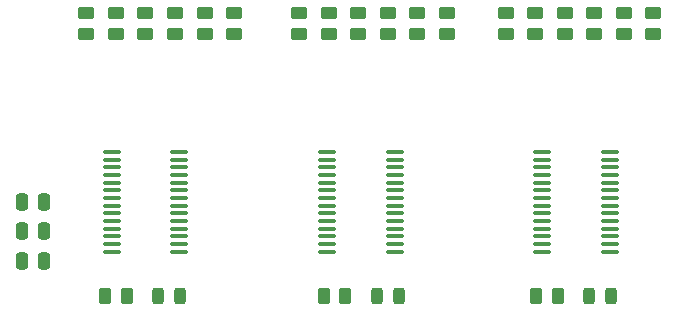
<source format=gbr>
%TF.GenerationSoftware,KiCad,Pcbnew,(6.0.2)*%
%TF.CreationDate,2023-10-23T02:54:13-04:00*%
%TF.ProjectId,USB_Splitter,5553425f-5370-46c6-9974-7465722e6b69,rev?*%
%TF.SameCoordinates,Original*%
%TF.FileFunction,Paste,Top*%
%TF.FilePolarity,Positive*%
%FSLAX46Y46*%
G04 Gerber Fmt 4.6, Leading zero omitted, Abs format (unit mm)*
G04 Created by KiCad (PCBNEW (6.0.2)) date 2023-10-23 02:54:13*
%MOMM*%
%LPD*%
G01*
G04 APERTURE LIST*
G04 Aperture macros list*
%AMRoundRect*
0 Rectangle with rounded corners*
0 $1 Rounding radius*
0 $2 $3 $4 $5 $6 $7 $8 $9 X,Y pos of 4 corners*
0 Add a 4 corners polygon primitive as box body*
4,1,4,$2,$3,$4,$5,$6,$7,$8,$9,$2,$3,0*
0 Add four circle primitives for the rounded corners*
1,1,$1+$1,$2,$3*
1,1,$1+$1,$4,$5*
1,1,$1+$1,$6,$7*
1,1,$1+$1,$8,$9*
0 Add four rect primitives between the rounded corners*
20,1,$1+$1,$2,$3,$4,$5,0*
20,1,$1+$1,$4,$5,$6,$7,0*
20,1,$1+$1,$6,$7,$8,$9,0*
20,1,$1+$1,$8,$9,$2,$3,0*%
G04 Aperture macros list end*
%ADD10RoundRect,0.250000X0.450000X-0.262500X0.450000X0.262500X-0.450000X0.262500X-0.450000X-0.262500X0*%
%ADD11RoundRect,0.250000X-0.450000X0.262500X-0.450000X-0.262500X0.450000X-0.262500X0.450000X0.262500X0*%
%ADD12RoundRect,0.250000X-0.250000X-0.475000X0.250000X-0.475000X0.250000X0.475000X-0.250000X0.475000X0*%
%ADD13RoundRect,0.243750X-0.243750X-0.456250X0.243750X-0.456250X0.243750X0.456250X-0.243750X0.456250X0*%
%ADD14RoundRect,0.250000X-0.262500X-0.450000X0.262500X-0.450000X0.262500X0.450000X-0.262500X0.450000X0*%
%ADD15RoundRect,0.100000X-0.637500X-0.100000X0.637500X-0.100000X0.637500X0.100000X-0.637500X0.100000X0*%
%ADD16RoundRect,0.250000X0.262500X0.450000X-0.262500X0.450000X-0.262500X-0.450000X0.262500X-0.450000X0*%
G04 APERTURE END LIST*
D10*
%TO.C,R12*%
X183000000Y-60325000D03*
X183000000Y-58500000D03*
%TD*%
%TO.C,R15*%
X201000000Y-60325000D03*
X201000000Y-58500000D03*
%TD*%
%TO.C,R21*%
X218500000Y-60325000D03*
X218500000Y-58500000D03*
%TD*%
%TO.C,R19*%
X213500000Y-60325000D03*
X213500000Y-58500000D03*
%TD*%
%TO.C,R9*%
X175500000Y-60325000D03*
X175500000Y-58500000D03*
%TD*%
D11*
%TO.C,R10*%
X178000000Y-58500000D03*
X178000000Y-60325000D03*
%TD*%
%TO.C,R7*%
X170500000Y-58500000D03*
X170500000Y-60325000D03*
%TD*%
D12*
%TO.C,C2*%
X165050000Y-74500000D03*
X166950000Y-74500000D03*
%TD*%
D10*
%TO.C,R11*%
X180500000Y-60325000D03*
X180500000Y-58500000D03*
%TD*%
%TO.C,R4*%
X191000000Y-60325000D03*
X191000000Y-58500000D03*
%TD*%
D13*
%TO.C,D3*%
X213062500Y-82500000D03*
X214937500Y-82500000D03*
%TD*%
D14*
%TO.C,R1*%
X190587500Y-82500000D03*
X192412500Y-82500000D03*
%TD*%
D10*
%TO.C,R18*%
X211000000Y-60325000D03*
X211000000Y-58500000D03*
%TD*%
D14*
%TO.C,R2*%
X208587500Y-82500000D03*
X210412500Y-82500000D03*
%TD*%
D10*
%TO.C,R14*%
X198500000Y-60325000D03*
X198500000Y-58500000D03*
%TD*%
D15*
%TO.C,U3*%
X209112500Y-70275000D03*
X209112500Y-70925000D03*
X209112500Y-71575000D03*
X209112500Y-72225000D03*
X209112500Y-72875000D03*
X209112500Y-73525000D03*
X209112500Y-74175000D03*
X209112500Y-74825000D03*
X209112500Y-75475000D03*
X209112500Y-76125000D03*
X209112500Y-76775000D03*
X209112500Y-77425000D03*
X209112500Y-78075000D03*
X209112500Y-78725000D03*
X214837500Y-78725000D03*
X214837500Y-78075000D03*
X214837500Y-77425000D03*
X214837500Y-76775000D03*
X214837500Y-76125000D03*
X214837500Y-75475000D03*
X214837500Y-74825000D03*
X214837500Y-74175000D03*
X214837500Y-73525000D03*
X214837500Y-72875000D03*
X214837500Y-72225000D03*
X214837500Y-71575000D03*
X214837500Y-70925000D03*
X214837500Y-70275000D03*
%TD*%
D12*
%TO.C,C3*%
X165050000Y-77000000D03*
X166950000Y-77000000D03*
%TD*%
D10*
%TO.C,R5*%
X193500000Y-60325000D03*
X193500000Y-58500000D03*
%TD*%
%TO.C,R8*%
X173000000Y-60325000D03*
X173000000Y-58500000D03*
%TD*%
%TO.C,R3*%
X188500000Y-60325000D03*
X188500000Y-58500000D03*
%TD*%
D13*
%TO.C,D2*%
X195062500Y-82500000D03*
X196937500Y-82500000D03*
%TD*%
D10*
%TO.C,R16*%
X206000000Y-60325000D03*
X206000000Y-58500000D03*
%TD*%
D13*
%TO.C,D1*%
X176562500Y-82500000D03*
X178437500Y-82500000D03*
%TD*%
D10*
%TO.C,R20*%
X216000000Y-60325000D03*
X216000000Y-58500000D03*
%TD*%
D16*
%TO.C,R13*%
X173912500Y-82500000D03*
X172087500Y-82500000D03*
%TD*%
D12*
%TO.C,C1*%
X165050000Y-79500000D03*
X166950000Y-79500000D03*
%TD*%
D15*
%TO.C,U2*%
X190875000Y-70275000D03*
X190875000Y-70925000D03*
X190875000Y-71575000D03*
X190875000Y-72225000D03*
X190875000Y-72875000D03*
X190875000Y-73525000D03*
X190875000Y-74175000D03*
X190875000Y-74825000D03*
X190875000Y-75475000D03*
X190875000Y-76125000D03*
X190875000Y-76775000D03*
X190875000Y-77425000D03*
X190875000Y-78075000D03*
X190875000Y-78725000D03*
X196600000Y-78725000D03*
X196600000Y-78075000D03*
X196600000Y-77425000D03*
X196600000Y-76775000D03*
X196600000Y-76125000D03*
X196600000Y-75475000D03*
X196600000Y-74825000D03*
X196600000Y-74175000D03*
X196600000Y-73525000D03*
X196600000Y-72875000D03*
X196600000Y-72225000D03*
X196600000Y-71575000D03*
X196600000Y-70925000D03*
X196600000Y-70275000D03*
%TD*%
D10*
%TO.C,R6*%
X196000000Y-60325000D03*
X196000000Y-58500000D03*
%TD*%
D15*
%TO.C,U1*%
X172637500Y-70275000D03*
X172637500Y-70925000D03*
X172637500Y-71575000D03*
X172637500Y-72225000D03*
X172637500Y-72875000D03*
X172637500Y-73525000D03*
X172637500Y-74175000D03*
X172637500Y-74825000D03*
X172637500Y-75475000D03*
X172637500Y-76125000D03*
X172637500Y-76775000D03*
X172637500Y-77425000D03*
X172637500Y-78075000D03*
X172637500Y-78725000D03*
X178362500Y-78725000D03*
X178362500Y-78075000D03*
X178362500Y-77425000D03*
X178362500Y-76775000D03*
X178362500Y-76125000D03*
X178362500Y-75475000D03*
X178362500Y-74825000D03*
X178362500Y-74175000D03*
X178362500Y-73525000D03*
X178362500Y-72875000D03*
X178362500Y-72225000D03*
X178362500Y-71575000D03*
X178362500Y-70925000D03*
X178362500Y-70275000D03*
%TD*%
D10*
%TO.C,R17*%
X208500000Y-60325000D03*
X208500000Y-58500000D03*
%TD*%
M02*

</source>
